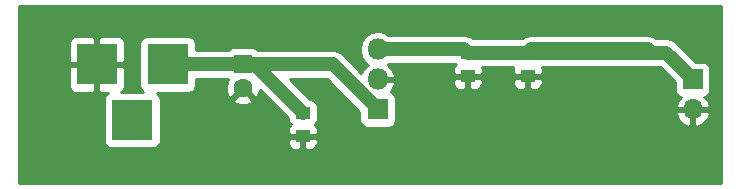
<source format=gtl>
G04 #@! TF.FileFunction,Copper,L1,Top,Signal*
%FSLAX46Y46*%
G04 Gerber Fmt 4.6, Leading zero omitted, Abs format (unit mm)*
G04 Created by KiCad (PCBNEW 4.0.7-e2-6376~58~ubuntu16.04.1) date Thu Apr  5 16:02:04 2018*
%MOMM*%
%LPD*%
G01*
G04 APERTURE LIST*
%ADD10C,0.100000*%
%ADD11R,1.600000X1.600000*%
%ADD12C,1.600000*%
%ADD13R,1.250000X1.000000*%
%ADD14R,3.500000X3.500000*%
%ADD15R,1.700000X1.700000*%
%ADD16O,1.700000X1.700000*%
%ADD17R,1.800000X1.800000*%
%ADD18O,1.800000X1.800000*%
%ADD19C,1.200000*%
%ADD20C,0.254000*%
G04 APERTURE END LIST*
D10*
D11*
X146050000Y-101600000D03*
D12*
X146050000Y-103600000D03*
D13*
X151130000Y-105680000D03*
X151130000Y-107680000D03*
X165100000Y-100600000D03*
X165100000Y-102600000D03*
X170180000Y-100600000D03*
X170180000Y-102600000D03*
D14*
X139700000Y-101600000D03*
X133700000Y-101600000D03*
X136700000Y-106300000D03*
D15*
X184150000Y-102870000D03*
D16*
X184150000Y-105410000D03*
D17*
X157480000Y-105410000D03*
D18*
X157480000Y-102870000D03*
X157480000Y-100330000D03*
D19*
X146050000Y-101600000D02*
X147050000Y-101600000D01*
X147050000Y-101600000D02*
X151130000Y-105680000D01*
X146050000Y-101600000D02*
X153670000Y-101600000D01*
X153670000Y-101600000D02*
X157480000Y-105410000D01*
X139700000Y-101600000D02*
X146050000Y-101600000D01*
X181880000Y-100600000D02*
X184150000Y-102870000D01*
X170180000Y-100600000D02*
X181880000Y-100600000D01*
X157480000Y-100330000D02*
X164830000Y-100330000D01*
X164830000Y-100330000D02*
X165100000Y-100600000D01*
X165100000Y-100600000D02*
X170180000Y-100600000D01*
X180340000Y-100330000D02*
X170450000Y-100330000D01*
X170450000Y-100330000D02*
X170180000Y-100600000D01*
D20*
G36*
X186563000Y-111633000D02*
X127127000Y-111633000D01*
X127127000Y-101885750D01*
X131315000Y-101885750D01*
X131315000Y-103476310D01*
X131411673Y-103709699D01*
X131590302Y-103888327D01*
X131823691Y-103985000D01*
X133414250Y-103985000D01*
X133573000Y-103826250D01*
X133573000Y-101727000D01*
X133827000Y-101727000D01*
X133827000Y-103826250D01*
X133985750Y-103985000D01*
X134655378Y-103985000D01*
X134498559Y-104085910D01*
X134353569Y-104298110D01*
X134302560Y-104550000D01*
X134302560Y-108050000D01*
X134346838Y-108285317D01*
X134485910Y-108501441D01*
X134698110Y-108646431D01*
X134950000Y-108697440D01*
X138450000Y-108697440D01*
X138685317Y-108653162D01*
X138901441Y-108514090D01*
X139046431Y-108301890D01*
X139097440Y-108050000D01*
X139097440Y-107965750D01*
X149870000Y-107965750D01*
X149870000Y-108306309D01*
X149966673Y-108539698D01*
X150145301Y-108718327D01*
X150378690Y-108815000D01*
X150844250Y-108815000D01*
X151003000Y-108656250D01*
X151003000Y-107807000D01*
X151257000Y-107807000D01*
X151257000Y-108656250D01*
X151415750Y-108815000D01*
X151881310Y-108815000D01*
X152114699Y-108718327D01*
X152293327Y-108539698D01*
X152390000Y-108306309D01*
X152390000Y-107965750D01*
X152231250Y-107807000D01*
X151257000Y-107807000D01*
X151003000Y-107807000D01*
X150028750Y-107807000D01*
X149870000Y-107965750D01*
X139097440Y-107965750D01*
X139097440Y-104607745D01*
X145221861Y-104607745D01*
X145295995Y-104853864D01*
X145833223Y-105046965D01*
X146403454Y-105019778D01*
X146804005Y-104853864D01*
X146878139Y-104607745D01*
X146050000Y-103779605D01*
X145221861Y-104607745D01*
X139097440Y-104607745D01*
X139097440Y-104550000D01*
X139053162Y-104314683D01*
X138914090Y-104098559D01*
X138766097Y-103997440D01*
X141450000Y-103997440D01*
X141685317Y-103953162D01*
X141901441Y-103814090D01*
X142046431Y-103601890D01*
X142097440Y-103350000D01*
X142097440Y-102835000D01*
X144775331Y-102835000D01*
X144785910Y-102851441D01*
X144792548Y-102855977D01*
X144603035Y-103383223D01*
X144630222Y-103953454D01*
X144796136Y-104354005D01*
X145042255Y-104428139D01*
X145870395Y-103600000D01*
X145856252Y-103585858D01*
X146035858Y-103406253D01*
X146050000Y-103420395D01*
X146064143Y-103406253D01*
X146243748Y-103585858D01*
X146229605Y-103600000D01*
X147057745Y-104428139D01*
X147303864Y-104354005D01*
X147496965Y-103816777D01*
X147495801Y-103792355D01*
X149857560Y-106154114D01*
X149857560Y-106180000D01*
X149901838Y-106415317D01*
X150040910Y-106631441D01*
X150109006Y-106677969D01*
X149966673Y-106820302D01*
X149870000Y-107053691D01*
X149870000Y-107394250D01*
X150028750Y-107553000D01*
X151003000Y-107553000D01*
X151003000Y-107533000D01*
X151257000Y-107533000D01*
X151257000Y-107553000D01*
X152231250Y-107553000D01*
X152390000Y-107394250D01*
X152390000Y-107053691D01*
X152293327Y-106820302D01*
X152152090Y-106679064D01*
X152206441Y-106644090D01*
X152351431Y-106431890D01*
X152402440Y-106180000D01*
X152402440Y-105180000D01*
X152358162Y-104944683D01*
X152219090Y-104728559D01*
X152006890Y-104583569D01*
X151755000Y-104532560D01*
X151729114Y-104532560D01*
X150031554Y-102835000D01*
X153158446Y-102835000D01*
X155932560Y-105609114D01*
X155932560Y-106310000D01*
X155976838Y-106545317D01*
X156115910Y-106761441D01*
X156328110Y-106906431D01*
X156580000Y-106957440D01*
X158380000Y-106957440D01*
X158615317Y-106913162D01*
X158831441Y-106774090D01*
X158976431Y-106561890D01*
X159027440Y-106310000D01*
X159027440Y-105766890D01*
X182708524Y-105766890D01*
X182878355Y-106176924D01*
X183268642Y-106605183D01*
X183793108Y-106851486D01*
X184023000Y-106730819D01*
X184023000Y-105537000D01*
X184277000Y-105537000D01*
X184277000Y-106730819D01*
X184506892Y-106851486D01*
X185031358Y-106605183D01*
X185421645Y-106176924D01*
X185591476Y-105766890D01*
X185470155Y-105537000D01*
X184277000Y-105537000D01*
X184023000Y-105537000D01*
X182829845Y-105537000D01*
X182708524Y-105766890D01*
X159027440Y-105766890D01*
X159027440Y-104510000D01*
X158983162Y-104274683D01*
X158844090Y-104058559D01*
X158631890Y-103913569D01*
X158580854Y-103903234D01*
X158717966Y-103777576D01*
X158971046Y-103234742D01*
X158850997Y-102997000D01*
X157607000Y-102997000D01*
X157607000Y-103017000D01*
X157353000Y-103017000D01*
X157353000Y-102997000D01*
X157333000Y-102997000D01*
X157333000Y-102885750D01*
X163840000Y-102885750D01*
X163840000Y-103226309D01*
X163936673Y-103459698D01*
X164115301Y-103638327D01*
X164348690Y-103735000D01*
X164814250Y-103735000D01*
X164973000Y-103576250D01*
X164973000Y-102727000D01*
X165227000Y-102727000D01*
X165227000Y-103576250D01*
X165385750Y-103735000D01*
X165851310Y-103735000D01*
X166084699Y-103638327D01*
X166263327Y-103459698D01*
X166360000Y-103226309D01*
X166360000Y-102885750D01*
X168920000Y-102885750D01*
X168920000Y-103226309D01*
X169016673Y-103459698D01*
X169195301Y-103638327D01*
X169428690Y-103735000D01*
X169894250Y-103735000D01*
X170053000Y-103576250D01*
X170053000Y-102727000D01*
X170307000Y-102727000D01*
X170307000Y-103576250D01*
X170465750Y-103735000D01*
X170931310Y-103735000D01*
X171164699Y-103638327D01*
X171343327Y-103459698D01*
X171440000Y-103226309D01*
X171440000Y-102885750D01*
X171281250Y-102727000D01*
X170307000Y-102727000D01*
X170053000Y-102727000D01*
X169078750Y-102727000D01*
X168920000Y-102885750D01*
X166360000Y-102885750D01*
X166201250Y-102727000D01*
X165227000Y-102727000D01*
X164973000Y-102727000D01*
X163998750Y-102727000D01*
X163840000Y-102885750D01*
X157333000Y-102885750D01*
X157333000Y-102743000D01*
X157353000Y-102743000D01*
X157353000Y-102723000D01*
X157607000Y-102723000D01*
X157607000Y-102743000D01*
X158850997Y-102743000D01*
X158971046Y-102505258D01*
X158717966Y-101962424D01*
X158327418Y-101604501D01*
X158386536Y-101565000D01*
X164030754Y-101565000D01*
X164079006Y-101597969D01*
X163936673Y-101740302D01*
X163840000Y-101973691D01*
X163840000Y-102314250D01*
X163998750Y-102473000D01*
X164973000Y-102473000D01*
X164973000Y-102453000D01*
X165227000Y-102453000D01*
X165227000Y-102473000D01*
X166201250Y-102473000D01*
X166360000Y-102314250D01*
X166360000Y-101973691D01*
X166302552Y-101835000D01*
X168977448Y-101835000D01*
X168920000Y-101973691D01*
X168920000Y-102314250D01*
X169078750Y-102473000D01*
X170053000Y-102473000D01*
X170053000Y-102453000D01*
X170307000Y-102453000D01*
X170307000Y-102473000D01*
X171281250Y-102473000D01*
X171440000Y-102314250D01*
X171440000Y-101973691D01*
X171382552Y-101835000D01*
X181368446Y-101835000D01*
X182652560Y-103119114D01*
X182652560Y-103720000D01*
X182696838Y-103955317D01*
X182835910Y-104171441D01*
X183048110Y-104316431D01*
X183156107Y-104338301D01*
X182878355Y-104643076D01*
X182708524Y-105053110D01*
X182829845Y-105283000D01*
X184023000Y-105283000D01*
X184023000Y-105263000D01*
X184277000Y-105263000D01*
X184277000Y-105283000D01*
X185470155Y-105283000D01*
X185591476Y-105053110D01*
X185421645Y-104643076D01*
X185145499Y-104340063D01*
X185235317Y-104323162D01*
X185451441Y-104184090D01*
X185596431Y-103971890D01*
X185647440Y-103720000D01*
X185647440Y-102020000D01*
X185603162Y-101784683D01*
X185464090Y-101568559D01*
X185251890Y-101423569D01*
X185000000Y-101372560D01*
X184399114Y-101372560D01*
X182753277Y-99726723D01*
X182352614Y-99459009D01*
X181880000Y-99365000D01*
X181076004Y-99365000D01*
X180812614Y-99189009D01*
X180340000Y-99095000D01*
X170450000Y-99095000D01*
X169977386Y-99189009D01*
X169713996Y-99365000D01*
X165566004Y-99365000D01*
X165302614Y-99189009D01*
X164830000Y-99095000D01*
X158386536Y-99095000D01*
X158067419Y-98881773D01*
X157480000Y-98764928D01*
X156892581Y-98881773D01*
X156394591Y-99214519D01*
X156061845Y-99712509D01*
X155945000Y-100299928D01*
X155945000Y-100360072D01*
X156061845Y-100947491D01*
X156394591Y-101445481D01*
X156632582Y-101604501D01*
X156242034Y-101962424D01*
X156094794Y-102278240D01*
X154543277Y-100726723D01*
X154142614Y-100459009D01*
X153670000Y-100365000D01*
X147324669Y-100365000D01*
X147314090Y-100348559D01*
X147101890Y-100203569D01*
X146850000Y-100152560D01*
X145250000Y-100152560D01*
X145014683Y-100196838D01*
X144798559Y-100335910D01*
X144778683Y-100365000D01*
X142097440Y-100365000D01*
X142097440Y-99850000D01*
X142053162Y-99614683D01*
X141914090Y-99398559D01*
X141701890Y-99253569D01*
X141450000Y-99202560D01*
X137950000Y-99202560D01*
X137714683Y-99246838D01*
X137498559Y-99385910D01*
X137353569Y-99598110D01*
X137302560Y-99850000D01*
X137302560Y-103350000D01*
X137346838Y-103585317D01*
X137485910Y-103801441D01*
X137633903Y-103902560D01*
X135775337Y-103902560D01*
X135809698Y-103888327D01*
X135988327Y-103709699D01*
X136085000Y-103476310D01*
X136085000Y-101885750D01*
X135926250Y-101727000D01*
X133827000Y-101727000D01*
X133573000Y-101727000D01*
X131473750Y-101727000D01*
X131315000Y-101885750D01*
X127127000Y-101885750D01*
X127127000Y-99723690D01*
X131315000Y-99723690D01*
X131315000Y-101314250D01*
X131473750Y-101473000D01*
X133573000Y-101473000D01*
X133573000Y-99373750D01*
X133827000Y-99373750D01*
X133827000Y-101473000D01*
X135926250Y-101473000D01*
X136085000Y-101314250D01*
X136085000Y-99723690D01*
X135988327Y-99490301D01*
X135809698Y-99311673D01*
X135576309Y-99215000D01*
X133985750Y-99215000D01*
X133827000Y-99373750D01*
X133573000Y-99373750D01*
X133414250Y-99215000D01*
X131823691Y-99215000D01*
X131590302Y-99311673D01*
X131411673Y-99490301D01*
X131315000Y-99723690D01*
X127127000Y-99723690D01*
X127127000Y-96647000D01*
X186563000Y-96647000D01*
X186563000Y-111633000D01*
X186563000Y-111633000D01*
G37*
X186563000Y-111633000D02*
X127127000Y-111633000D01*
X127127000Y-101885750D01*
X131315000Y-101885750D01*
X131315000Y-103476310D01*
X131411673Y-103709699D01*
X131590302Y-103888327D01*
X131823691Y-103985000D01*
X133414250Y-103985000D01*
X133573000Y-103826250D01*
X133573000Y-101727000D01*
X133827000Y-101727000D01*
X133827000Y-103826250D01*
X133985750Y-103985000D01*
X134655378Y-103985000D01*
X134498559Y-104085910D01*
X134353569Y-104298110D01*
X134302560Y-104550000D01*
X134302560Y-108050000D01*
X134346838Y-108285317D01*
X134485910Y-108501441D01*
X134698110Y-108646431D01*
X134950000Y-108697440D01*
X138450000Y-108697440D01*
X138685317Y-108653162D01*
X138901441Y-108514090D01*
X139046431Y-108301890D01*
X139097440Y-108050000D01*
X139097440Y-107965750D01*
X149870000Y-107965750D01*
X149870000Y-108306309D01*
X149966673Y-108539698D01*
X150145301Y-108718327D01*
X150378690Y-108815000D01*
X150844250Y-108815000D01*
X151003000Y-108656250D01*
X151003000Y-107807000D01*
X151257000Y-107807000D01*
X151257000Y-108656250D01*
X151415750Y-108815000D01*
X151881310Y-108815000D01*
X152114699Y-108718327D01*
X152293327Y-108539698D01*
X152390000Y-108306309D01*
X152390000Y-107965750D01*
X152231250Y-107807000D01*
X151257000Y-107807000D01*
X151003000Y-107807000D01*
X150028750Y-107807000D01*
X149870000Y-107965750D01*
X139097440Y-107965750D01*
X139097440Y-104607745D01*
X145221861Y-104607745D01*
X145295995Y-104853864D01*
X145833223Y-105046965D01*
X146403454Y-105019778D01*
X146804005Y-104853864D01*
X146878139Y-104607745D01*
X146050000Y-103779605D01*
X145221861Y-104607745D01*
X139097440Y-104607745D01*
X139097440Y-104550000D01*
X139053162Y-104314683D01*
X138914090Y-104098559D01*
X138766097Y-103997440D01*
X141450000Y-103997440D01*
X141685317Y-103953162D01*
X141901441Y-103814090D01*
X142046431Y-103601890D01*
X142097440Y-103350000D01*
X142097440Y-102835000D01*
X144775331Y-102835000D01*
X144785910Y-102851441D01*
X144792548Y-102855977D01*
X144603035Y-103383223D01*
X144630222Y-103953454D01*
X144796136Y-104354005D01*
X145042255Y-104428139D01*
X145870395Y-103600000D01*
X145856252Y-103585858D01*
X146035858Y-103406253D01*
X146050000Y-103420395D01*
X146064143Y-103406253D01*
X146243748Y-103585858D01*
X146229605Y-103600000D01*
X147057745Y-104428139D01*
X147303864Y-104354005D01*
X147496965Y-103816777D01*
X147495801Y-103792355D01*
X149857560Y-106154114D01*
X149857560Y-106180000D01*
X149901838Y-106415317D01*
X150040910Y-106631441D01*
X150109006Y-106677969D01*
X149966673Y-106820302D01*
X149870000Y-107053691D01*
X149870000Y-107394250D01*
X150028750Y-107553000D01*
X151003000Y-107553000D01*
X151003000Y-107533000D01*
X151257000Y-107533000D01*
X151257000Y-107553000D01*
X152231250Y-107553000D01*
X152390000Y-107394250D01*
X152390000Y-107053691D01*
X152293327Y-106820302D01*
X152152090Y-106679064D01*
X152206441Y-106644090D01*
X152351431Y-106431890D01*
X152402440Y-106180000D01*
X152402440Y-105180000D01*
X152358162Y-104944683D01*
X152219090Y-104728559D01*
X152006890Y-104583569D01*
X151755000Y-104532560D01*
X151729114Y-104532560D01*
X150031554Y-102835000D01*
X153158446Y-102835000D01*
X155932560Y-105609114D01*
X155932560Y-106310000D01*
X155976838Y-106545317D01*
X156115910Y-106761441D01*
X156328110Y-106906431D01*
X156580000Y-106957440D01*
X158380000Y-106957440D01*
X158615317Y-106913162D01*
X158831441Y-106774090D01*
X158976431Y-106561890D01*
X159027440Y-106310000D01*
X159027440Y-105766890D01*
X182708524Y-105766890D01*
X182878355Y-106176924D01*
X183268642Y-106605183D01*
X183793108Y-106851486D01*
X184023000Y-106730819D01*
X184023000Y-105537000D01*
X184277000Y-105537000D01*
X184277000Y-106730819D01*
X184506892Y-106851486D01*
X185031358Y-106605183D01*
X185421645Y-106176924D01*
X185591476Y-105766890D01*
X185470155Y-105537000D01*
X184277000Y-105537000D01*
X184023000Y-105537000D01*
X182829845Y-105537000D01*
X182708524Y-105766890D01*
X159027440Y-105766890D01*
X159027440Y-104510000D01*
X158983162Y-104274683D01*
X158844090Y-104058559D01*
X158631890Y-103913569D01*
X158580854Y-103903234D01*
X158717966Y-103777576D01*
X158971046Y-103234742D01*
X158850997Y-102997000D01*
X157607000Y-102997000D01*
X157607000Y-103017000D01*
X157353000Y-103017000D01*
X157353000Y-102997000D01*
X157333000Y-102997000D01*
X157333000Y-102885750D01*
X163840000Y-102885750D01*
X163840000Y-103226309D01*
X163936673Y-103459698D01*
X164115301Y-103638327D01*
X164348690Y-103735000D01*
X164814250Y-103735000D01*
X164973000Y-103576250D01*
X164973000Y-102727000D01*
X165227000Y-102727000D01*
X165227000Y-103576250D01*
X165385750Y-103735000D01*
X165851310Y-103735000D01*
X166084699Y-103638327D01*
X166263327Y-103459698D01*
X166360000Y-103226309D01*
X166360000Y-102885750D01*
X168920000Y-102885750D01*
X168920000Y-103226309D01*
X169016673Y-103459698D01*
X169195301Y-103638327D01*
X169428690Y-103735000D01*
X169894250Y-103735000D01*
X170053000Y-103576250D01*
X170053000Y-102727000D01*
X170307000Y-102727000D01*
X170307000Y-103576250D01*
X170465750Y-103735000D01*
X170931310Y-103735000D01*
X171164699Y-103638327D01*
X171343327Y-103459698D01*
X171440000Y-103226309D01*
X171440000Y-102885750D01*
X171281250Y-102727000D01*
X170307000Y-102727000D01*
X170053000Y-102727000D01*
X169078750Y-102727000D01*
X168920000Y-102885750D01*
X166360000Y-102885750D01*
X166201250Y-102727000D01*
X165227000Y-102727000D01*
X164973000Y-102727000D01*
X163998750Y-102727000D01*
X163840000Y-102885750D01*
X157333000Y-102885750D01*
X157333000Y-102743000D01*
X157353000Y-102743000D01*
X157353000Y-102723000D01*
X157607000Y-102723000D01*
X157607000Y-102743000D01*
X158850997Y-102743000D01*
X158971046Y-102505258D01*
X158717966Y-101962424D01*
X158327418Y-101604501D01*
X158386536Y-101565000D01*
X164030754Y-101565000D01*
X164079006Y-101597969D01*
X163936673Y-101740302D01*
X163840000Y-101973691D01*
X163840000Y-102314250D01*
X163998750Y-102473000D01*
X164973000Y-102473000D01*
X164973000Y-102453000D01*
X165227000Y-102453000D01*
X165227000Y-102473000D01*
X166201250Y-102473000D01*
X166360000Y-102314250D01*
X166360000Y-101973691D01*
X166302552Y-101835000D01*
X168977448Y-101835000D01*
X168920000Y-101973691D01*
X168920000Y-102314250D01*
X169078750Y-102473000D01*
X170053000Y-102473000D01*
X170053000Y-102453000D01*
X170307000Y-102453000D01*
X170307000Y-102473000D01*
X171281250Y-102473000D01*
X171440000Y-102314250D01*
X171440000Y-101973691D01*
X171382552Y-101835000D01*
X181368446Y-101835000D01*
X182652560Y-103119114D01*
X182652560Y-103720000D01*
X182696838Y-103955317D01*
X182835910Y-104171441D01*
X183048110Y-104316431D01*
X183156107Y-104338301D01*
X182878355Y-104643076D01*
X182708524Y-105053110D01*
X182829845Y-105283000D01*
X184023000Y-105283000D01*
X184023000Y-105263000D01*
X184277000Y-105263000D01*
X184277000Y-105283000D01*
X185470155Y-105283000D01*
X185591476Y-105053110D01*
X185421645Y-104643076D01*
X185145499Y-104340063D01*
X185235317Y-104323162D01*
X185451441Y-104184090D01*
X185596431Y-103971890D01*
X185647440Y-103720000D01*
X185647440Y-102020000D01*
X185603162Y-101784683D01*
X185464090Y-101568559D01*
X185251890Y-101423569D01*
X185000000Y-101372560D01*
X184399114Y-101372560D01*
X182753277Y-99726723D01*
X182352614Y-99459009D01*
X181880000Y-99365000D01*
X181076004Y-99365000D01*
X180812614Y-99189009D01*
X180340000Y-99095000D01*
X170450000Y-99095000D01*
X169977386Y-99189009D01*
X169713996Y-99365000D01*
X165566004Y-99365000D01*
X165302614Y-99189009D01*
X164830000Y-99095000D01*
X158386536Y-99095000D01*
X158067419Y-98881773D01*
X157480000Y-98764928D01*
X156892581Y-98881773D01*
X156394591Y-99214519D01*
X156061845Y-99712509D01*
X155945000Y-100299928D01*
X155945000Y-100360072D01*
X156061845Y-100947491D01*
X156394591Y-101445481D01*
X156632582Y-101604501D01*
X156242034Y-101962424D01*
X156094794Y-102278240D01*
X154543277Y-100726723D01*
X154142614Y-100459009D01*
X153670000Y-100365000D01*
X147324669Y-100365000D01*
X147314090Y-100348559D01*
X147101890Y-100203569D01*
X146850000Y-100152560D01*
X145250000Y-100152560D01*
X145014683Y-100196838D01*
X144798559Y-100335910D01*
X144778683Y-100365000D01*
X142097440Y-100365000D01*
X142097440Y-99850000D01*
X142053162Y-99614683D01*
X141914090Y-99398559D01*
X141701890Y-99253569D01*
X141450000Y-99202560D01*
X137950000Y-99202560D01*
X137714683Y-99246838D01*
X137498559Y-99385910D01*
X137353569Y-99598110D01*
X137302560Y-99850000D01*
X137302560Y-103350000D01*
X137346838Y-103585317D01*
X137485910Y-103801441D01*
X137633903Y-103902560D01*
X135775337Y-103902560D01*
X135809698Y-103888327D01*
X135988327Y-103709699D01*
X136085000Y-103476310D01*
X136085000Y-101885750D01*
X135926250Y-101727000D01*
X133827000Y-101727000D01*
X133573000Y-101727000D01*
X131473750Y-101727000D01*
X131315000Y-101885750D01*
X127127000Y-101885750D01*
X127127000Y-99723690D01*
X131315000Y-99723690D01*
X131315000Y-101314250D01*
X131473750Y-101473000D01*
X133573000Y-101473000D01*
X133573000Y-99373750D01*
X133827000Y-99373750D01*
X133827000Y-101473000D01*
X135926250Y-101473000D01*
X136085000Y-101314250D01*
X136085000Y-99723690D01*
X135988327Y-99490301D01*
X135809698Y-99311673D01*
X135576309Y-99215000D01*
X133985750Y-99215000D01*
X133827000Y-99373750D01*
X133573000Y-99373750D01*
X133414250Y-99215000D01*
X131823691Y-99215000D01*
X131590302Y-99311673D01*
X131411673Y-99490301D01*
X131315000Y-99723690D01*
X127127000Y-99723690D01*
X127127000Y-96647000D01*
X186563000Y-96647000D01*
X186563000Y-111633000D01*
M02*

</source>
